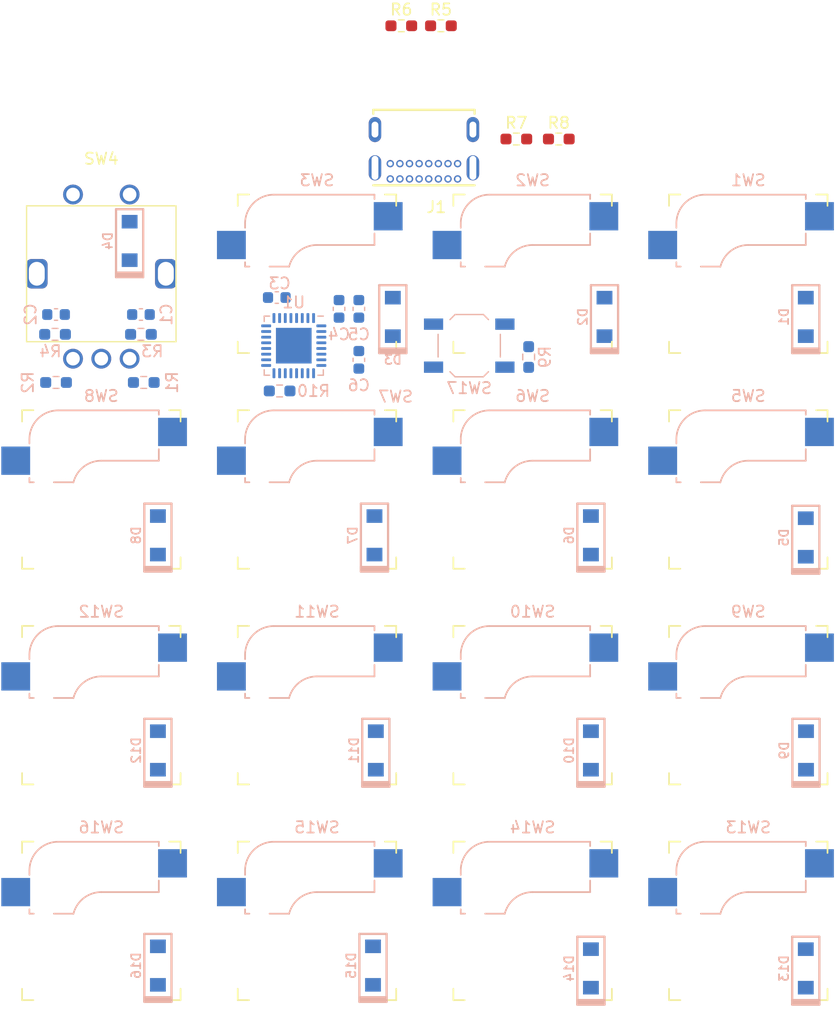
<source format=kicad_pcb>
(kicad_pcb (version 20211014) (generator pcbnew)
  (layers (0 "F.Cu" signal) (31 "B.Cu" signal) (34 "B.Paste" user) (35 "F.Paste" user) (36 "B.SilkS" user "B.Silkscreen") (37 "F.SilkS" user "F.Silkscreen") (38 "B.Mask" user) (39 "F.Mask" user) (44 "Edge.Cuts" user))
  (net 0 "")
  (net 2 "VCC")
  (net 4 "/ENC_A")
  (net 5 "/ENC_B")
  (net 6 "Net-(R9-Pad1)")
  (net 7 "Net-(R10-Pad1)")
  (net 8 "Net-(C3-Pad2)")
  (net 9 "Net-(D1-Pad2)")
  (net 10 "/row0")
  (net 11 "Net-(D2-Pad2)")
  (net 12 "Net-(D3-Pad2)")
  (net 13 "Net-(D4-Pad2)")
  (net 14 "Net-(D5-Pad2)")
  (net 15 "/D+")
  (net 16 "/D-")
  (net 17 "/row1")
  (net 18 "Net-(D6-Pad2)")
  (net 19 "Net-(D7-Pad2)")
  (net 20 "Net-(D8-Pad2)")
  (net 21 "Net-(D9-Pad2)")
  (net 22 "/row2")
  (net 23 "Net-(D10-Pad2)")
  (net 24 "Net-(D11-Pad2)")
  (net 25 "Net-(D12-Pad2)")
  (net 26 "Net-(D13-Pad2)")
  (net 27 "/row3")
  (net 28 "Net-(D14-Pad2)")
  (net 29 "Net-(D15-Pad2)")
  (net 30 "Net-(D16-Pad2)")
  (net 31 "/col0")
  (net 32 "/col1")
  (net 33 "/col2")
  (net 34 "/col3")
  (net 38 "GND")
  (net 39 "/D_N")
  (net 40 "/D_P")
  (net 41 "/CC1")
  (net 42 "/CC2")
  (net 54 "Net-(C1-Pad1)")
  (net 55 "Net-(C2-Pad2)")
  (footprint "Resistor_SMD:R_0603_1608Metric_Pad0.98x0.95mm_HandSolder" (layer "F.Cu") (at 135.6625 45.25)
    (fp_text reference "R8" (at 0 -1.43) (layer "F.SilkS"))
    (fp_text value "22")
    (pad "1" smd roundrect (at -0.9125 0) (size 0.975 0.95) (layers "F.Cu" "F.Paste" "F.Mask") (net 15 "/D+"))
    (pad "2" smd roundrect (at 0.9125 0) (size 0.975 0.95) (layers "F.Cu" "F.Paste" "F.Mask") (net 40 "/D_P"))
  )
  (footprint "Resistor_SMD:R_0603_1608Metric_Pad0.98x0.95mm_HandSolder" (layer "F.Cu") (at 131.9125 45.25)
    (fp_text reference "R7" (at 0 -1.43) (layer "F.SilkS"))
    (fp_text value "22")
    (pad "1" smd roundrect (at -0.9125 0) (size 0.975 0.95) (layers "F.Cu" "F.Paste" "F.Mask") (net 16 "/D-"))
    (pad "2" smd roundrect (at 0.9125 0) (size 0.975 0.95) (layers "F.Cu" "F.Paste" "F.Mask") (net 39 "/D_N"))
  )
  (footprint "USB4085-GF-A_REVA:GCT_USB4085-GF-A_REVA" (layer "F.Cu") (at 123.75 44.75 180)
    (fp_text reference "J1" (at -1.097425 -6.515415) (layer "F.SilkS") (effects (font (size 1.00015 1.00015))))
    (fp_text value "USB4085-GF-A_REVA")
    (pad "A1" thru_hole circle locked (at -2.975 -4.025 180) (size 0.65 0.65) (drill 0.4) (layers *.Cu *.Mask) (net 38 "GND"))
    (pad "A4" thru_hole circle locked (at -2.125 -4.025 180) (size 0.65 0.65) (drill 0.4) (layers *.Cu *.Mask) (net 2 "VCC"))
    (pad "A5" thru_hole circle locked (at -1.275 -4.025 180) (size 0.65 0.65) (drill 0.4) (layers *.Cu *.Mask) (net 41 "/CC1"))
    (pad "A6" thru_hole circle locked (at -0.425 -4.025 180) (size 0.65 0.65) (drill 0.4) (layers *.Cu *.Mask) (net 15 "/D+"))
    (pad "A7" thru_hole circle locked (at 0.425 -4.025 180) (size 0.65 0.65) (drill 0.4) (layers *.Cu *.Mask) (net 16 "/D-"))
    (pad "A8" thru_hole circle locked (at 1.275 -4.025 180) (size 0.65 0.65) (drill 0.4) (layers *.Cu *.Mask))
    (pad "A9" thru_hole circle locked (at 2.125 -4.025 180) (size 0.65 0.65) (drill 0.4) (layers *.Cu *.Mask) (net 2 "VCC"))
    (pad "A12" thru_hole circle locked (at 2.975 -4.025 180) (size 0.65 0.65) (drill 0.4) (layers *.Cu *.Mask) (net 38 "GND"))
    (pad "B1" thru_hole circle locked (at 2.975 -2.675 180) (size 0.65 0.65) (drill 0.4) (layers *.Cu *.Mask) (net 38 "GND"))
    (pad "B4" thru_hole circle locked (at 2.125 -2.675 180) (size 0.65 0.65) (drill 0.4) (layers *.Cu *.Mask) (net 2 "VCC"))
    (pad "B5" thru_hole circle locked (at 1.275 -2.675 180) (size 0.65 0.65) (drill 0.4) (layers *.Cu *.Mask) (net 42 "/CC2"))
    (pad "B6" thru_hole circle locked (at 0.425 -2.675 180) (size 0.65 0.65) (drill 0.4) (layers *.Cu *.Mask) (net 15 "/D+"))
    (pad "B7" thru_hole circle locked (at -0.425 -2.675 180) (size 0.65 0.65) (drill 0.4) (layers *.Cu *.Mask) (net 16 "/D-"))
    (pad "B8" thru_hole circle locked (at -1.275 -2.675 180) (size 0.65 0.65) (drill 0.4) (layers *.Cu *.Mask))
    (pad "B9" thru_hole circle locked (at -2.125 -2.675 180) (size 0.65 0.65) (drill 0.4) (layers *.Cu *.Mask) (net 2 "VCC"))
    (pad "B12" thru_hole circle locked (at -2.975 -2.675 180) (size 0.65 0.65) (drill 0.4) (layers *.Cu *.Mask) (net 38 "GND"))
    (pad "P1" thru_hole oval locked (at -4.325 -3.045 180) (size 1.108 2.216) (drill oval 0.6 2.1) (layers *.Cu *.Mask) (net 38 "GND"))
    (pad "P2" thru_hole oval locked (at 4.325 -3.045 180) (size 1.108 2.216) (drill oval 0.6 2.1) (layers *.Cu *.Mask) (net 38 "GND"))
    (pad "P3" thru_hole oval locked (at 4.325 0.335 180) (size 1.108 2.216) (drill oval 0.6 1.4) (layers *.Cu *.Mask) (net 38 "GND"))
    (pad "P4" thru_hole oval locked (at -4.325 0.335 180) (size 1.108 2.216) (drill oval 0.6 1.4) (layers *.Cu *.Mask) (net 38 "GND"))
  )
  (footprint "Resistor_SMD:R_0603_1608Metric_Pad0.98x0.95mm_HandSolder" (layer "F.Cu") (at 121.75 35.25)
    (fp_text reference "R6" (at 0 -1.43) (layer "F.SilkS"))
    (fp_text value "10k")
    (pad "1" smd roundrect (at -0.9125 0) (size 0.975 0.95) (layers "F.Cu" "F.Paste" "F.Mask") (net 42 "/CC2"))
    (pad "2" smd roundrect (at 0.9125 0) (size 0.975 0.95) (layers "F.Cu" "F.Paste" "F.Mask") (net 38 "GND"))
  )
  (footprint "keyswitches_2:Kailh_socket_MX" (layer "F.Cu") (at 114.3 114.3)
    (fp_text reference "SW15" (at 0 -8.255) (layer "B.SilkS") (effects (justify mirror)))
    (fp_text value "SW_SPST")
    (pad "" np_thru_hole circle locked (at 0 0) (size 3.9878 3.9878) (drill 3.9878) (layers *.Cu *.Mask))
    (pad "" np_thru_hole circle locked (at 5.08 0) (size 1.7018 1.7018) (drill 1.7018) (layers *.Cu *.Mask))
    (pad "" np_thru_hole circle locked (at 2.54 -5.08) (size 3 3) (drill 3) (layers *.Cu *.Mask))
    (pad "" np_thru_hole circle locked (at -3.81 -2.54) (size 3 3) (drill 3) (layers *.Cu *.Mask))
    (pad "" np_thru_hole circle locked (at -5.08 0) (size 1.7018 1.7018) (drill 1.7018) (layers *.Cu *.Mask))
    (pad "1" smd rect locked (at 6.29 -5.08) (size 2.55 2.5) (layers "B.Cu" "B.Paste" "B.Mask") (net 29 "Net-(D15-Pad2)"))
    (pad "2" smd rect locked (at -7.56 -2.54) (size 2.55 2.5) (layers "B.Cu" "B.Paste" "B.Mask") (net 33 "/col2"))
  )
  (footprint "keyswitches_2:Kailh_socket_MX" (layer "F.Cu") (at 152.4 114.3)
    (fp_text reference "SW13" (at 0 -8.255) (layer "B.SilkS") (effects (justify mirror)))
    (fp_text value "SW_SPST")
    (pad "" np_thru_hole circle locked (at -3.81 -2.54) (size 3 3) (drill 3) (layers *.Cu *.Mask))
    (pad "" np_thru_hole circle locked (at 0 0) (size 3.9878 3.9878) (drill 3.9878) (layers *.Cu *.Mask))
    (pad "" np_thru_hole circle locked (at 2.54 -5.08) (size 3 3) (drill 3) (layers *.Cu *.Mask))
    (pad "" np_thru_hole circle locked (at -5.08 0) (size 1.7018 1.7018) (drill 1.7018) (layers *.Cu *.Mask))
    (pad "" np_thru_hole circle locked (at 5.08 0) (size 1.7018 1.7018) (drill 1.7018) (layers *.Cu *.Mask))
    (pad "1" smd rect locked (at 6.29 -5.08) (size 2.55 2.5) (layers "B.Cu" "B.Paste" "B.Mask") (net 26 "Net-(D13-Pad2)"))
    (pad "2" smd rect locked (at -7.56 -2.54) (size 2.55 2.5) (layers "B.Cu" "B.Paste" "B.Mask") (net 31 "/col0"))
  )
  (footprint "keyswitches_2:Kailh_socket_MX" (layer "F.Cu") (at 133.35 76.2)
    (fp_text reference "SW6" (at 0 -8.255) (layer "B.SilkS") (effects (justify mirror)))
    (fp_text value "SW_SPST")
    (pad "" np_thru_hole circle locked (at 0 0) (size 3.9878 3.9878) (drill 3.9878) (layers *.Cu *.Mask))
    (pad "" np_thru_hole circle locked (at 5.08 0) (size 1.7018 1.7018) (drill 1.7018) (layers *.Cu *.Mask))
    (pad "" np_thru_hole circle locked (at -3.81 -2.54) (size 3 3) (drill 3) (layers *.Cu *.Mask))
    (pad "" np_thru_hole circle locked (at -5.08 0) (size 1.7018 1.7018) (drill 1.7018) (layers *.Cu *.Mask))
    (pad "" np_thru_hole circle locked (at 2.54 -5.08) (size 3 3) (drill 3) (layers *.Cu *.Mask))
    (pad "1" smd rect locked (at 6.29 -5.08) (size 2.55 2.5) (layers "B.Cu" "B.Paste" "B.Mask") (net 18 "Net-(D6-Pad2)"))
    (pad "2" smd rect locked (at -7.56 -2.54) (size 2.55 2.5) (layers "B.Cu" "B.Paste" "B.Mask") (net 32 "/col1"))
  )
  (footprint "keyswitches_2:Kailh_socket_MX" (layer "F.Cu") (at 152.4 57.15)
    (fp_text reference "SW1" (at 0 -8.255) (layer "B.SilkS") (effects (justify mirror)))
    (fp_text value "SW_SPST")
    (pad "" np_thru_hole circle locked (at -3.81 -2.54) (size 3 3) (drill 3) (layers *.Cu *.Mask))
    (pad "" np_thru_hole circle locked (at 2.54 -5.08) (size 3 3) (drill 3) (layers *.Cu *.Mask))
    (pad "" np_thru_hole circle locked (at 0 0) (size 3.9878 3.9878) (drill 3.9878) (layers *.Cu *.Mask))
    (pad "" np_thru_hole circle locked (at 5.08 0) (size 1.7018 1.7018) (drill 1.7018) (layers *.Cu *.Mask))
    (pad "" np_thru_hole circle locked (at -5.08 0) (size 1.7018 1.7018) (drill 1.7018) (layers *.Cu *.Mask))
    (pad "1" smd rect locked (at 6.29 -5.08) (size 2.55 2.5) (layers "B.Cu" "B.Paste" "B.Mask") (net 9 "Net-(D1-Pad2)"))
    (pad "2" smd rect locked (at -7.56 -2.54) (size 2.55 2.5) (layers "B.Cu" "B.Paste" "B.Mask") (net 31 "/col0"))
  )
  (footprint "keyswitches_2:Kailh_socket_MX" (layer "F.Cu") (at 95.25 114.3)
    (fp_text reference "SW16" (at 0 -8.255) (layer "B.SilkS") (effects (justify mirror)))
    (fp_text value "SW_SPST")
    (pad "" np_thru_hole circle locked (at -3.81 -2.54) (size 3 3) (drill 3) (layers *.Cu *.Mask))
    (pad "" np_thru_hole circle locked (at 2.54 -5.08) (size 3 3) (drill 3) (layers *.Cu *.Mask))
    (pad "" np_thru_hole circle locked (at 5.08 0) (size 1.7018 1.7018) (drill 1.7018) (layers *.Cu *.Mask))
    (pad "" np_thru_hole circle locked (at -5.08 0) (size 1.7018 1.7018) (drill 1.7018) (layers *.Cu *.Mask))
    (pad "" np_thru_hole circle locked (at 0 0) (size 3.9878 3.9878) (drill 3.9878) (layers *.Cu *.Mask))
    (pad "1" smd rect locked (at 6.29 -5.08) (size 2.55 2.5) (layers "B.Cu" "B.Paste" "B.Mask") (net 30 "Net-(D16-Pad2)"))
    (pad "2" smd rect locked (at -7.56 -2.54) (size 2.55 2.5) (layers "B.Cu" "B.Paste" "B.Mask") (net 34 "/col3"))
  )
  (footprint "keyswitches_2:Kailh_socket_MX" (layer "F.Cu") (at 152.4 76.2)
    (fp_text reference "SW5" (at 0 -8.255) (layer "B.SilkS") (effects (justify mirror)))
    (fp_text value "SW_SPST")
    (pad "" np_thru_hole circle locked (at 2.54 -5.08) (size 3 3) (drill 3) (layers *.Cu *.Mask))
    (pad "" np_thru_hole circle locked (at -3.81 -2.54) (size 3 3) (drill 3) (layers *.Cu *.Mask))
    (pad "" np_thru_hole circle locked (at -5.08 0) (size 1.7018 1.7018) (drill 1.7018) (layers *.Cu *.Mask))
    (pad "" np_thru_hole circle locked (at 0 0) (size 3.9878 3.9878) (drill 3.9878) (layers *.Cu *.Mask))
    (pad "" np_thru_hole circle locked (at 5.08 0) (size 1.7018 1.7018) (drill 1.7018) (layers *.Cu *.Mask))
    (pad "1" smd rect locked (at 6.29 -5.08) (size 2.55 2.5) (layers "B.Cu" "B.Paste" "B.Mask") (net 14 "Net-(D5-Pad2)"))
    (pad "2" smd rect locked (at -7.56 -2.54) (size 2.55 2.5) (layers "B.Cu" "B.Paste" "B.Mask") (net 31 "/col0"))
  )
  (footprint "keyswitches_2:Kailh_socket_MX" (layer "F.Cu") (at 114.3 57.15)
    (fp_text reference "SW3" (at 0 -8.255) (layer "B.SilkS") (effects (justify mirror)))
    (fp_text value "SW_SPST")
    (pad "" np_thru_hole circle locked (at 2.54 -5.08) (size 3 3) (drill 3) (layers *.Cu *.Mask))
    (pad "" np_thru_hole circle locked (at -3.81 -2.54) (size 3 3) (drill 3) (layers *.Cu *.Mask))
    (pad "" np_thru_hole circle locked (at -5.08 0) (size 1.7018 1.7018) (drill 1.7018) (layers *.Cu *.Mask))
    (pad "" np_thru_hole circle locked (at 0 0) (size 3.9878 3.9878) (drill 3.9878) (layers *.Cu *.Mask))
    (pad "" np_thru_hole circle locked (at 5.08 0) (size 1.7018 1.7018) (drill 1.7018) (layers *.Cu *.Mask))
    (pad "1" smd rect locked (at 6.29 -5.08) (size 2.55 2.5) (layers "B.Cu" "B.Paste" "B.Mask") (net 12 "Net-(D3-Pad2)"))
    (pad "2" smd rect locked (at -7.56 -2.54) (size 2.55 2.5) (layers "B.Cu" "B.Paste" "B.Mask") (net 33 "/col2"))
  )
  (footprint "keyswitches_2:Kailh_socket_MX" (layer "F.Cu") (at 95.25 76.2)
    (fp_text reference "SW8" (at 0 -8.255) (layer "B.SilkS") (effects (justify mirror)))
    (fp_text value "SW_SPST")
    (pad "" np_thru_hole circle locked (at 5.08 0) (size 1.7018 1.7018) (drill 1.7018) (layers *.Cu *.Mask))
    (pad "" np_thru_hole circle locked (at -3.81 -2.54) (size 3 3) (drill 3) (layers *.Cu *.Mask))
    (pad "" np_thru_hole circle locked (at -5.08 0) (size 1.7018 1.7018) (drill 1.7018) (layers *.Cu *.Mask))
    (pad "" np_thru_hole circle locked (at 0 0) (size 3.9878 3.9878) (drill 3.9878) (layers *.Cu *.Mask))
    (pad "" np_thru_hole circle locked (at 2.54 -5.08) (size 3 3) (drill 3) (layers *.Cu *.Mask))
    (pad "1" smd rect locked (at 6.29 -5.08) (size 2.55 2.5) (layers "B.Cu" "B.Paste" "B.Mask") (net 20 "Net-(D8-Pad2)"))
    (pad "2" smd rect locked (at -7.56 -2.54) (size 2.55 2.5) (layers "B.Cu" "B.Paste" "B.Mask") (net 34 "/col3"))
  )
  (footprint "keyswitches_2:Kailh_socket_MX" (layer "F.Cu") (at 152.4 95.25)
    (fp_text reference "SW9" (at 0 -8.255) (layer "B.SilkS") (effects (justify mirror)))
    (fp_text value "SW_SPST")
    (pad "" np_thru_hole circle locked (at 5.08 0) (size 1.7018 1.7018) (drill 1.7018) (layers *.Cu *.Mask))
    (pad "" np_thru_hole circle locked (at 2.54 -5.08) (size 3 3) (drill 3) (layers *.Cu *.Mask))
    (pad "" np_thru_hole circle locked (at -3.81 -2.54) (size 3 3) (drill 3) (layers *.Cu *.Mask))
    (pad "" np_thru_hole circle locked (at 0 0) (size 3.9878 3.9878) (drill 3.9878) (layers *.Cu *.Mask))
    (pad "" np_thru_hole circle locked (at -5.08 0) (size 1.7018 1.7018) (drill 1.7018) (layers *.Cu *.Mask))
    (pad "1" smd rect locked (at 6.29 -5.08) (size 2.55 2.5) (layers "B.Cu" "B.Paste" "B.Mask") (net 21 "Net-(D9-Pad2)"))
    (pad "2" smd rect locked (at -7.56 -2.54) (size 2.55 2.5) (layers "B.Cu" "B.Paste" "B.Mask") (net 31 "/col0"))
  )
  (footprint "Encoder:PEC11L" (layer "F.Cu") (at 95.25 57.15)
    (fp_text reference "SW4" (at 0 -10.16 unlocked) (layer "F.SilkS"))
    (fp_text value "RotaryEncoder_Switch")
    (pad "A" thru_hole circle (at -2.5 7.5) (size 1.75 1.75) (drill 1.2) (layers *.Cu *.Mask) (net 55 "Net-(C2-Pad2)"))
    (pad "B" thru_hole circle (at 2.5 7.5) (size 1.75 1.75) (drill 1.2) (layers *.Cu *.Mask) (net 54 "Net-(C1-Pad1)"))
    (pad "C" thru_hole circle (at 0 7.5) (size 1.75 1.75) (drill 1.2) (layers *.Cu *.Mask) (net 38 "GND"))
    (pad "C0" thru_hole roundrect (at 5.7 0) (size 1.9 2.6) (drill oval 1.4 2.1) (layers *.Cu *.Mask))
    (pad "C0" thru_hole roundrect (at -5.7 0) (size 1.9 2.6) (drill oval 1.4 2.1) (layers *.Cu *.Mask))
    (pad "S1" thru_hole circle (at -2.5 -7) (size 1.75 1.75) (drill 1.2) (layers *.Cu *.Mask) (net 34 "/col3"))
    (pad "S2" thru_hole circle (at 2.5 -7) (size 1.75 1.75) (drill 1.2) (layers *.Cu *.Mask) (net 13 "Net-(D4-Pad2)"))
  )
  (footprint "keyswitches_2:Kailh_socket_MX" (layer "F.Cu") (at 133.35 57.15)
    (fp_text reference "SW2" (at 0 -8.255) (layer "B.SilkS") (effects (justify mirror)))
    (fp_text value "SW_SPST")
    (pad "" np_thru_hole circle locked (at -3.81 -2.54) (size 3 3) (drill 3) (layers *.Cu *.Mask))
    (pad "" np_thru_hole circle locked (at -5.08 0) (size 1.7018 1.7018) (drill 1.7018) (layers *.Cu *.Mask))
    (pad "" np_thru_hole circle locked (at 0 0) (size 3.9878 3.9878) (drill 3.9878) (layers *.Cu *.Mask))
    (pad "" np_thru_hole circle locked (at 5.08 0) (size 1.7018 1.7018) (drill 1.7018) (layers *.Cu *.Mask))
    (pad "" np_thru_hole circle locked (at 2.54 -5.08) (size 3 3) (drill 3) (layers *.Cu *.Mask))
    (pad "1" smd rect locked (at 6.29 -5.08) (size 2.55 2.5) (layers "B.Cu" "B.Paste" "B.Mask") (net 11 "Net-(D2-Pad2)"))
    (pad "2" smd rect locked (at -7.56 -2.54) (size 2.55 2.5) (layers "B.Cu" "B.Paste" "B.Mask") (net 32 "/col1"))
  )
  (footprint "keyswitches_2:Kailh_socket_MX" (layer "F.Cu") (at 133.35 95.25)
    (fp_text reference "SW10" (at 0 -8.255) (layer "B.SilkS") (effects (justify mirror)))
    (fp_text value "SW_SPST")
    (pad "" np_thru_hole circle locked (at 2.54 -5.08) (size 3 3) (drill 3) (layers *.Cu *.Mask))
    (pad "" np_thru_hole circle locked (at -5.08 0) (size 1.7018 1.7018) (drill 1.7018) (layers *.Cu *.Mask))
    (pad "" np_thru_hole circle locked (at 0 0) (size 3.9878 3.9878) (drill 3.9878) (layers *.Cu *.Mask))
    (pad "" np_thru_hole circle locked (at -3.81 -2.54) (size 3 3) (drill 3) (layers *.Cu *.Mask))
    (pad "" np_thru_hole circle locked (at 5.08 0) (size 1.7018 1.7018) (drill 1.7018) (layers *.Cu *.Mask))
    (pad "1" smd rect locked (at 6.29 -5.08) (size 2.55 2.5) (layers "B.Cu" "B.Paste" "B.Mask") (net 23 "Net-(D10-Pad2)"))
    (pad "2" smd rect locked (at -7.56 -2.54) (size 2.55 2.5) (layers "B.Cu" "B.Paste" "B.Mask") (net 32 "/col1"))
  )
  (footprint "keyswitches_2:Kailh_socket_MX" (layer "F.Cu") (at 95.25 95.25)
    (fp_text reference "SW12" (at 0 -8.255) (layer "B.SilkS") (effects (justify mirror)))
    (fp_text value "SW_SPST")
    (pad "" np_thru_hole circle locked (at 0 0) (size 3.9878 3.9878) (drill 3.9878) (layers *.Cu *.Mask))
    (pad "" np_thru_hole circle locked (at 2.54 -5.08) (size 3 3) (drill 3) (layers *.Cu *.Mask))
    (pad "" np_thru_hole circle locked (at 5.08 0) (size 1.7018 1.7018) (drill 1.7018) (layers *.Cu *.Mask))
    (pad "" np_thru_hole circle locked (at -5.08 0) (size 1.7018 1.7018) (drill 1.7018) (layers *.Cu *.Mask))
    (pad "" np_thru_hole circle locked (at -3.81 -2.54) (size 3 3) (drill 3) (layers *.Cu *.Mask))
    (pad "1" smd rect locked (at 6.29 -5.08) (size 2.55 2.5) (layers "B.Cu" "B.Paste" "B.Mask") (net 25 "Net-(D12-Pad2)"))
    (pad "2" smd rect locked (at -7.56 -2.54) (size 2.55 2.5) (layers "B.Cu" "B.Paste" "B.Mask") (net 34 "/col3"))
  )
  (footprint "Resistor_SMD:R_0603_1608Metric_Pad0.98x0.95mm_HandSolder" (layer "F.Cu") (at 125.25 35.25)
    (fp_text reference "R5" (at 0 -1.43) (layer "F.SilkS"))
    (fp_text value "10k")
    (pad "1" smd roundrect (at -0.9125 0) (size 0.975 0.95) (layers "F.Cu" "F.Paste" "F.Mask") (net 41 "/CC1"))
    (pad "2" smd roundrect (at 0.9125 0) (size 0.975 0.95) (layers "F.Cu" "F.Paste" "F.Mask") (net 38 "GND"))
  )
  (footprint "keyswitches_2:Kailh_socket_MX" (layer "F.Cu") (at 114.3 76.2)
    (fp_text reference "SW7" (at 6.95 -8.2) (layer "B.SilkS") (effects (justify mirror)))
    (fp_text value "SW_SPST")
    (pad "" np_thru_hole circle locked (at 5.08 0) (size 1.7018 1.7018) (drill 1.7018) (layers *.Cu *.Mask))
    (pad "" np_thru_hole circle locked (at 2.54 -5.08) (size 3 3) (drill 3) (layers *.Cu *.Mask))
    (pad "" np_thru_hole circle locked (at -5.08 0) (size 1.7018 1.7018) (drill 1.7018) (layers *.Cu *.Mask))
    (pad "" np_thru_hole circle locked (at -3.81 -2.54) (size 3 3) (drill 3) (layers *.Cu *.Mask))
    (pad "" np_thru_hole circle locked (at 0 0) (size 3.9878 3.9878) (drill 3.9878) (layers *.Cu *.Mask))
    (pad "1" smd rect locked (at 6.29 -5.08) (size 2.55 2.5) (layers "B.Cu" "B.Paste" "B.Mask") (net 19 "Net-(D7-Pad2)"))
    (pad "2" smd rect locked (at -7.56 -2.54) (size 2.55 2.5) (layers "B.Cu" "B.Paste" "B.Mask") (net 33 "/col2"))
  )
  (footprint "keyswitches_2:Kailh_socket_MX" (layer "F.Cu") (at 133.35 114.3)
    (fp_text reference "SW14" (at 0 -8.255) (layer "B.SilkS") (effects (justify mirror)))
    (fp_text value "SW_SPST")
    (pad "" np_thru_hole circle locked (at 2.54 -5.08) (size 3 3) (drill 3) (layers *.Cu *.Mask))
    (pad "" np_thru_hole circle locked (at -3.81 -2.54) (size 3 3) (drill 3) (layers *.Cu *.Mask))
    (pad "" np_thru_hole circle locked (at 5.08 0) (size 1.7018 1.7018) (drill 1.7018) (layers *.Cu *.Mask))
    (pad "" np_thru_hole circle locked (at -5.08 0) (size 1.7018 1.7018) (drill 1.7018) (layers *.Cu *.Mask))
    (pad "" np_thru_hole circle locked (at 0 0) (size 3.9878 3.9878) (drill 3.9878) (layers *.Cu *.Mask))
    (pad "1" smd rect locked (at 6.29 -5.08) (size 2.55 2.5) (layers "B.Cu" "B.Paste" "B.Mask") (net 28 "Net-(D14-Pad2)"))
    (pad "2" smd rect locked (at -7.56 -2.54) (size 2.55 2.5) (layers "B.Cu" "B.Paste" "B.Mask") (net 32 "/col1"))
  )
  (footprint "keyswitches_2:Kailh_socket_MX" (layer "F.Cu") (at 114.3 95.25)
    (fp_text reference "SW11" (at 0 -8.255) (layer "B.SilkS") (effects (justify mirror)))
    (fp_text value "SW_SPST")
    (pad "" np_thru_hole circle locked (at 5.08 0) (size 1.7018 1.7018) (drill 1.7018) (layers *.Cu *.Mask))
    (pad "" np_thru_hole circle locked (at 0 0) (size 3.9878 3.9878) (drill 3.9878) (layers *.Cu *.Mask))
    (pad "" np_thru_hole circle locked (at -5.08 0) (size 1.7018 1.7018) (drill 1.7018) (layers *.Cu *.Mask))
    (pad "" np_thru_hole circle locked (at 2.54 -5.08) (size 3 3) (drill 3) (layers *.Cu *.Mask))
    (pad "" np_thru_hole circle locked (at -3.81 -2.54) (size 3 3) (drill 3) (layers *.Cu *.Mask))
    (pad "1" smd rect locked (at 6.29 -5.08) (size 2.55 2.5) (layers "B.Cu" "B.Paste" "B.Mask") (net 24 "Net-(D11-Pad2)"))
    (pad "2" smd rect locked (at -7.56 -2.54) (size 2.55 2.5) (layers "B.Cu" "B.Paste" "B.Mask") (net 33 "/col2"))
  )
  (footprint "keyboard_parts:D_SOD123W_hand" (layer "B.Cu") (at 157.48 80.44 90)
    (fp_text reference "D5" (at 0 -1.925 90) (layer "B.SilkS") (effects (font (size 0.8 0.8)) (justify mirror)))
    (fp_text value "D_Small" hide)
    (pad "1" smd rect locked (at -1.7 0 90) (size 1.2 1.4) (layers "B.Cu" "B.Paste" "B.Mask") (net 17 "/row1"))
    (pad "2" smd rect locked (at 1.7 0 90) (size 1.2 1.4) (layers "B.Cu" "B.Paste" "B.Mask") (net 14 "Net-(D5-Pad2)"))
  )
  (footprint "keyboard_parts:D_SOD123W_hand" (layer "B.Cu") (at 138.5 118.5 90)
    (fp_text reference "D14" (at 0 -1.925 90) (layer "B.SilkS") (effects (font (size 0.8 0.8)) (justify mirror)))
    (fp_text value "D_Small" hide)
    (pad "1" smd rect locked (at -1.7 0 90) (size 1.2 1.4) (layers "B.Cu" "B.Paste" "B.Mask") (net 27 "/row3"))
    (pad "2" smd rect locked (at 1.7 0 90) (size 1.2 1.4) (layers "B.Cu" "B.Paste" "B.Mask") (net 28 "Net-(D14-Pad2)"))
  )
  (footprint "Resistor_SMD:R_0603_1608Metric_Pad0.98x0.95mm_HandSolder" (layer "B.Cu") (at 133 64.5 90)
    (fp_text reference "R9" (at 0 1.43 90) (layer "B.SilkS") (effects (justify mirror)))
    (fp_text value "10k")
    (pad "1" smd roundrect (at -0.9125 0 90) (size 0.975 0.95) (layers "B.Cu" "B.Paste" "B.Mask") (net 6 "Net-(R9-Pad1)"))
    (pad "2" smd roundrect (at 0.9125 0 90) (size 0.975 0.95) (layers "B.Cu" "B.Paste" "B.Mask") (net 2 "VCC"))
  )
  (footprint "keyboard_parts:D_SOD123W_hand" (layer "B.Cu") (at 139.7 60.96 90)
    (fp_text reference "D2" (at 0 -1.925 90) (layer "B.SilkS") (effects (font (size 0.8 0.8)) (justify mirror)))
    (fp_text value "D_Small" hide)
    (pad "1" smd rect locked (at -1.7 0 90) (size 1.2 1.4) (layers "B.Cu" "B.Paste" "B.Mask") (net 10 "/row0"))
    (pad "2" smd rect locked (at 1.7 0 90) (size 1.2 1.4) (layers "B.Cu" "B.Paste" "B.Mask") (net 11 "Net-(D2-Pad2)"))
  )
  (footprint "keyboard_parts:D_SOD123W_hand" (layer "B.Cu") (at 100.25 118.25 90)
    (fp_text reference "D16" (at 0 -1.925 90) (layer "B.SilkS") (effects (font (size 0.8 0.8)) (justify mirror)))
    (fp_text value "D_Small" hide)
    (pad "1" smd rect locked (at -1.7 0 90) (size 1.2 1.4) (layers "B.Cu" "B.Paste" "B.Mask") (net 27 "/row3"))
    (pad "2" smd rect locked (at 1.7 0 90) (size 1.2 1.4) (layers "B.Cu" "B.Paste" "B.Mask") (net 30 "Net-(D16-Pad2)"))
  )
  (footprint "Capacitor_SMD:C_0603_1608Metric" (layer "B.Cu") (at 110.75 59.25)
    (fp_text reference "C3" (at 0.25 -1.25) (layer "B.SilkS") (effects (justify mirror)))
    (fp_text value "1uF")
    (pad "1" smd roundrect (at -0.775 0) (size 0.9 0.95) (layers "B.Cu" "B.Paste" "B.Mask") (net 38 "GND"))
    (pad "2" smd roundrect (at 0.775 0) (size 0.9 0.95) (layers "B.Cu" "B.Paste" "B.Mask") (net 8 "Net-(C3-Pad2)"))
  )
  (footprint "Capacitor_SMD:C_0603_1608Metric" (layer "B.Cu") (at 98.75 60.75)
    (fp_text reference "C1" (at 2.25 0 90) (layer "B.SilkS") (effects (justify mirror)))
    (fp_text value "10nF")
    (pad "1" smd roundrect (at -0.775 0) (size 0.9 0.95) (layers "B.Cu" "B.Paste" "B.Mask") (net 54 "Net-(C1-Pad1)"))
    (pad "2" smd roundrect (at 0.775 0) (size 0.9 0.95) (layers "B.Cu" "B.Paste" "B.Mask") (net 38 "GND"))
  )
  (footprint "Capacitor_SMD:C_0603_1608Metric" (layer "B.Cu") (at 91.25 60.75)
    (fp_text reference "C2" (at -2.25 0 90) (layer "B.SilkS") (effects (justify mirror)))
    (fp_text value "10nF")
    (pad "1" smd roundrect (at -0.775 0) (size 0.9 0.95) (layers "B.Cu" "B.Paste" "B.Mask") (net 38 "GND"))
    (pad "2" smd roundrect (at 0.775 0) (size 0.9 0.95) (layers "B.Cu" "B.Paste" "B.Mask") (net 55 "Net-(C2-Pad2)"))
  )
  (footprint "keyboard_parts:D_SOD123W_hand" (layer "B.Cu") (at 100.25 80.25 90)
    (fp_text reference "D8" (at 0 -1.925 90) (layer "B.SilkS") (effects (font (size 0.8 0.8)) (justify mirror)))
    (fp_text value "D_Small" hide)
    (pad "1" smd rect locked (at -1.7 0 90) (size 1.2 1.4) (layers "B.Cu" "B.Paste" "B.Mask") (net 17 "/row1"))
    (pad "2" smd rect locked (at 1.7 0 90) (size 1.2 1.4) (layers "B.Cu" "B.Paste" "B.Mask") (net 20 "Net-(D8-Pad2)"))
  )
  (footprint "Capacitor_SMD:C_0603_1608Metric" (layer "B.Cu") (at 118 64.75 90)
    (fp_text reference "C6" (at -2.25 0 180) (layer "B.SilkS") (effects (justify mirror)))
    (fp_text value "10uF")
    (pad "1" smd roundrect (at -0.775 0 90) (size 0.9 0.95) (layers "B.Cu" "B.Paste" "B.Mask") (net 38 "GND"))
    (pad "2" smd roundrect (at 0.775 0 90) (size 0.9 0.95) (layers "B.Cu" "B.Paste" "B.Mask") (net 2 "VCC"))
  )
  (footprint "Capacitor_SMD:C_0603_1608Metric" (layer "B.Cu") (at 118 60.25 -90)
    (fp_text reference "C5" (at 2.25 0 180) (layer "B.SilkS") (effects (justify mirror)))
    (fp_text value "0.1uF")
    (pad "1" smd roundrect (at -0.775 0 270) (size 0.9 0.95) (layers "B.Cu" "B.Paste" "B.Mask") (net 38 "GND"))
    (pad "2" smd roundrect (at 0.775 0 270) (size 0.9 0.95) (layers "B.Cu" "B.Paste" "B.Mask") (net 2 "VCC"))
  )
  (footprint "Capacitor_SMD:C_0603_1608Metric" (layer "B.Cu") (at 116.25 60.25 -90)
    (fp_text reference "C4" (at 2.25 0 180) (layer "B.SilkS") (effects (justify mirror)))
    (fp_text value "0.1uF")
    (pad "1" smd roundrect (at -0.775 0 270) (size 0.9 0.95) (layers "B.Cu" "B.Paste" "B.Mask") (net 38 "GND"))
    (pad "2" smd roundrect (at 0.775 0 270) (size 0.9 0.95) (layers "B.Cu" "B.Paste" "B.Mask") (net 2 "VCC"))
  )
  (footprint "keyboard_parts:D_SOD123W_hand" (layer "B.Cu") (at 119.25 118.25 90)
    (fp_text reference "D15" (at 0 -1.925 90) (layer "B.SilkS") (effects (font (size 0.8 0.8)) (justify mirror)))
    (fp_text value "D_Small" hide)
    (pad "1" smd rect locked (at -1.7 0 90) (size 1.2 1.4) (layers "B.Cu" "B.Paste" "B.Mask") (net 27 "/row3"))
    (pad "2" smd rect locked (at 1.7 0 90) (size 1.2 1.4) (layers "B.Cu" "B.Paste" "B.Mask") (net 29 "Net-(D15-Pad2)"))
  )
  (footprint "Resistor_SMD:R_0603_1608Metric_Pad0.98x0.95mm_HandSolder" (layer "B.Cu") (at 91.1625 62.5)
    (fp_text reference "R4" (at -0.4125 1.5) (layer "B.SilkS") (effects (justify mirror)))
    (fp_text value "10k")
    (pad "1" smd roundrect (at -0.9125 0) (size 0.975 0.95) (layers "B.Cu" "B.Paste" "B.Mask") (net 5 "/ENC_B"))
    (pad "2" smd roundrect (at 0.9125 0) (size 0.975 0.95) (layers "B.Cu" "B.Paste" "B.Mask") (net 55 "Net-(C2-Pad2)"))
  )
  (footprint "keyboard_parts:D_SOD123W_hand" (layer "B.Cu") (at 157.48 60.96 90)
    (fp_text reference "D1" (at 0 -1.925 90) (layer "B.SilkS") (effects (font (size 0.8 0.8)) (justify mirror)))
    (fp_text value "D_Small" hide)
    (pad "1" smd rect locked (at -1.7 0 90) (size 1.2 1.4) (layers "B.Cu" "B.Paste" "B.Mask") (net 10 "/row0"))
    (pad "2" smd rect locked (at 1.7 0 90) (size 1.2 1.4) (layers "B.Cu" "B.Paste" "B.Mask") (net 9 "Net-(D1-Pad2)"))
  )
  (footprint "keyboard_parts:D_SOD123W_hand" (layer "B.Cu") (at 138.5 80.25 90)
    (fp_text reference "D6" (at 0 -1.925 90) (layer "B.SilkS") (effects (font (size 0.8 0.8)) (justify mirror)))
    (fp_text value "D_Small" hide)
    (pad "1" smd rect locked (at -1.7 0 90) (size 1.2 1.4) (layers "B.Cu" "B.Paste" "B.Mask") (net 17 "/row1"))
    (pad "2" smd rect locked (at 1.7 0 90) (size 1.2 1.4) (layers "B.Cu" "B.Paste" "B.Mask") (net 18 "Net-(D6-Pad2)"))
  )
  (footprint "Resistor_SMD:R_0603_1608Metric_Pad0.98x0.95mm_HandSolder" (layer "B.Cu") (at 99 66.75 180)
    (fp_text reference "R1" (at -2.5 0 270) (layer "B.SilkS") (effects (justify mirror)))
    (fp_text value "10k")
    (pad "1" smd roundrect (at -0.9125 0 180) (size 0.975 0.95) (layers "B.Cu" "B.Paste" "B.Mask") (net 2 "VCC"))
    (pad "2" smd roundrect (at 0.9125 0 180) (size 0.975 0.95) (layers "B.Cu" "B.Paste" "B.Mask") (net 54 "Net-(C1-Pad1)"))
  )
  (footprint "keyboard_parts:D_SOD123W_hand" (layer "B.Cu") (at 157.48 118.5 90)
    (fp_text reference "D13" (at 0 -1.925 90) (layer "B.SilkS") (effects (font (size 0.8 0.8)) (justify mirror)))
    (fp_text value "D_Small" hide)
    (pad "1" smd rect locked (at -1.7 0 90) (size 1.2 1.4) (layers "B.Cu" "B.Paste" "B.Mask") (net 27 "/row3"))
    (pad "2" smd rect locked (at 1.7 0 90) (size 1.2 1.4) (layers "B.Cu" "B.Paste" "B.Mask") (net 26 "Net-(D13-Pad2)"))
  )
  (footprint "keyboard_parts:D_SOD123W_hand" (layer "B.Cu") (at 138.5 99.25 90)
    (fp_text reference "D10" (at 0 -1.925 90) (layer "B.SilkS") (effects (font (size 0.8 0.8)) (justify mirror)))
    (fp_text value "D_Small" hide)
    (pad "1" smd rect locked (at -1.7 0 90) (size 1.2 1.4) (layers "B.Cu" "B.Paste" "B.Mask") (net 22 "/row2"))
    (pad "2" smd rect locked (at 1.7 0 90) (size 1.2 1.4) (layers "B.Cu" "B.Paste" "B.Mask") (net 23 "Net-(D10-Pad2)"))
  )
  (footprint "keyboard_parts:D_SOD123W_hand" (layer "B.Cu") (at 119.5 99.25 90)
    (fp_text reference "D11" (at 0 -1.925 90) (layer "B.SilkS") (effects (font (size 0.8 0.8)) (justify mirror)))
    (fp_text value "D_Small" hide)
    (pad "1" smd rect locked (at -1.7 0 90) (size 1.2 1.4) (layers "B.Cu" "B.Paste" "B.Mask") (net 22 "/row2"))
    (pad "2" smd rect locked (at 1.7 0 90) (size 1.2 1.4) (layers "B.Cu" "B.Paste" "B.Mask") (net 24 "Net-(D11-Pad2)"))
  )
  (footprint "Package_DFN_QFN:VQFN-32-1EP_5x5mm_P0.5mm_EP3.15x3.15mm" (layer "B.Cu") (at 112.25 63.5 180)
    (fp_text reference "U1" (at 0 3.82) (layer "B.SilkS") (effects (justify mirror)))
    (fp_text value "ATMEGA32U2")
    (pad "1" smd roundrect (at -2.4375 1.75 180) (size 0.875 0.25) (layers "B.Cu" "B.Paste" "B.Mask"))
    (pad "2" smd roundrect (at -2.4375 1.25 180) (size 0.875 0.25) (layers "B.Cu" "B.Paste" "B.Mask"))
    (pad "3" smd roundrect (at -2.4375 0.75 180) (size 0.875 0.25) (layers "B.Cu" "B.Paste" "B.Mask") (net 38 "GND"))
    (pad "4" smd roundrect (at -2.4375 0.25 180) (size 0.875 0.25) (layers "B.Cu" "B.Paste" "B.Mask") (net 2 "VCC"))
    (pad "5" smd roundrect (at -2.4375 -0.25 180) (size 0.875 0.25) (layers "B.Cu" "B.Paste" "B.Mask"))
    (pad "6" smd roundrect (at -2.4375 -0.75 180) (size 0.875 0.25) (layers "B.Cu" "B.Paste" "B.Mask") (net 4 "/ENC_A"))
    (pad "7" smd roundrect (at -2.4375 -1.25 180) (size 0.875 0.25) (layers "B.Cu" "B.Paste" "B.Mask") (net 5 "/ENC_B"))
    (pad "8" smd roundrect (at -2.4375 -1.75 180) (size 0.875 0.25) (layers "B.Cu" "B.Paste" "B.Mask"))
    (pad "9" smd roundrect (at -1.75 -2.4375 180) (size 0.25 0.875) (layers "B.Cu" "B.Paste" "B.Mask"))
    (pad "10" smd roundrect (at -1.25 -2.4375 180) (size 0.25 0.875) (layers "B.Cu" "B.Paste" "B.Mask"))
    (pad "11" smd roundrect (at -0.75 -2.4375 180) (size 0.25 0.875) (layers "B.Cu" "B.Paste" "B.Mask"))
    (pad "12" smd roundrect (at -0.25 -2.4375 180) (size 0.25 0.875) (layers "B.Cu" "B.Paste" "B.Mask"))
    (pad "13" smd roundrect (at 0.25 -2.4375 180) (size 0.25 0.875) (layers "B.Cu" "B.Paste" "B.Mask") (net 7 "Net-(R10-Pad1)"))
    (pad "14" smd roundrect (at 0.75 -2.4375 180) (size 0.25 0.875) (layers "B.Cu" "B.Paste" "B.Mask"))
    (pad "15" smd roundrect (at 1.25 -2.4375 180) (size 0.25 0.875) (layers "B.Cu" "B.Paste" "B.Mask"))
    (pad "16" smd roundrect (at 1.75 -2.4375 180) (size 0.25 0.875) (layers "B.Cu" "B.Paste" "B.Mask"))
    (pad "17" smd roundrect (at 2.4375 -1.75 180) (size 0.875 0.25) (layers "B.Cu" "B.Paste" "B.Mask") (net 31 "/col0"))
    (pad "18" smd roundrect (at 2.4375 -1.25 180) (size 0.875 0.25) (layers "B.Cu" "B.Paste" "B.Mask") (net 10 "/row0"))
    (pad "19" smd roundrect (at 2.4375 -0.75 180) (size 0.875 0.25) (layers "B.Cu" "B.Paste" "B.Mask") (net 17 "/row1"))
    (pad "20" smd roundrect (at 2.4375 -0.25 180) (size 0.875 0.25) (layers "B.Cu" "B.Paste" "B.Mask") (net 22 "/row2"))
    (pad "21" smd roundrect (at 2.4375 0.25 180) (size 0.875 0.25) (layers "B.Cu" "B.Paste" "B.Mask") (net 32 "/col1"))
    (pad "22" smd roundrect (at 2.4375 0.75 180) (size 0.875 0.25) (layers "B.Cu" "B.Paste" "B.Mask"))
    (pad "23" smd roundrect (at 2.4375 1.25 180) (size 0.875 0.25) (layers "B.Cu" "B.Paste" "B.Mask"))
    (pad "24" smd roundrect (at 2.4375 1.75 180) (size 0.875 0.25) (layers "B.Cu" "B.Paste" "B.Mask") (net 6 "Net-(R9-Pad1)"))
    (pad "25" smd roundrect (at 1.75 2.4375 180) (size 0.25 0.875) (layers "B.Cu" "B.Paste" "B.Mask"))
    (pad "26" smd roundrect (at 1.25 2.4375 180) (size 0.25 0.875) (layers "B.Cu" "B.Paste" "B.Mask") (net 33 "/col2"))
    (pad "27" smd roundrect (at 0.75 2.4375 180) (size 0.25 0.875) (layers "B.Cu" "B.Paste" "B.Mask") (net 8 "Net-(C3-Pad2)"))
    (pad "28" smd roundrect (at 0.25 2.4375 180) (size 0.25 0.875) (layers "B.Cu" "B.Paste" "B.Mask") (net 38 "GND"))
    (pad "29" smd roundrect (at -0.25 2.4375 180) (size 0.25 0.875) (layers "B.Cu" "B.Paste" "B.Mask") (net 40 "/D_P"))
    (pad "30" smd roundrect (at -0.75 2.4375 180) (size 0.25 0.875) (layers "B.Cu" "B.Paste" "B.Mask") (net 39 "/D_N"))
    (pad "31" smd roundrect (at -1.25 2.4375 180) (size 0.25 0.875) (layers "B.Cu" "B.Paste" "B.Mask") (net 2 "VCC"))
    (pad "32" smd roundrect (at -1.75 2.4375 180) (size 0.25 0.875) (layers "B.Cu" "B.Paste" "B.Mask") (net 2 "VCC"))
    (pad "33" smd rect (at 0 0 180) (size 3.15 3.15) (layers "B.Cu" "B.Mask"))
  )
  (footprint "keyboard_parts:D_SOD123W_hand" (layer "B.Cu") (at 97.75 54.25 90)
    (fp_text reference "D4" (at 0 -1.925 90) (layer "B.SilkS") (effects (font (size 0.8 0.8)) (justify mirror)))
    (fp_text value "D_Small" hide)
    (pad "1" smd rect locked (at -1.7 0 90) (size 1.2 1.4) (layers "B.Cu" "B.Paste" "B.Mask") (net 10 "/row0"))
    (pad "2" smd rect locked (at 1.7 0 90) (size 1.2 1.4) (layers "B.Cu" "B.Paste" "B.Mask") (net 13 "Net-(D4-Pad2)"))
  )
  (footprint "Resistor_SMD:R_0603_1608Metric_Pad0.98x0.95mm_HandSolder" (layer "B.Cu") (at 98.75 62.5 180)
    (fp_text reference "R3" (at -1 -1.5) (layer "B.SilkS") (effects (justify mirror)))
    (fp_text value "10k")
    (pad "1" smd roundrect (at -0.9125 0 180) (size 0.975 0.95) (layers "B.Cu" "B.Paste" "B.Mask") (net 4 "/ENC_A"))
    (pad "2" smd roundrect (at 0.9125 0 180) (size 0.975 0.95) (layers "B.Cu" "B.Paste" "B.Mask") (net 54 "Net-(C1-Pad1)"))
  )
  (footprint "keyboard_parts:D_SOD123W_hand" (layer "B.Cu") (at 119.38 80.25 90)
    (fp_text reference "D7" (at 0 -1.925 90) (layer "B.SilkS") (effects (font (size 0.8 0.8)) (justify mirror)))
    (fp_text value "D_Small" hide)
    (pad "1" smd rect locked (at -1.7 0 90) (size 1.2 1.4) (layers "B.Cu" "B.Paste" "B.Mask") (net 17 "/row1"))
    (pad "2" smd rect locked (at 1.7 0 90) (size 1.2 1.4) (layers "B.Cu" "B.Paste" "B.Mask") (net 19 "Net-(D7-Pad2)"))
  )
  (footprint "Resistor_SMD:R_0603_1608Metric_Pad0.98x0.95mm_HandSolder" (layer "B.Cu") (at 111 67.5 180)
    (fp_text reference "R10" (at -3 0 180) (layer "B.SilkS") (effects (justify mirror)))
    (fp_text value "10k")
    (pad "1" smd roundrect (at -0.9125 0 180) (size 0.975 0.95) (layers "B.Cu" "B.Paste" "B.Mask") (net 7 "Net-(R10-Pad1)"))
    (pad "2" smd roundrect (at 0.9125 0 180) (size 0.975 0.95) (layers "B.Cu" "B.Paste" "B.Mask") (net 38 "GND"))
  )
  (footprint "keyboard_parts:D_SOD123W_hand" (layer "B.Cu") (at 121 60.96 90)
    (fp_text reference "D3" (at -3.79 0 180) (layer "B.SilkS") (effects (font (size 0.8 0.8)) (justify mirror)))
    (fp_text value "D_Small" hide)
    (pad "1" smd rect locked (at -1.7 0 90) (size 1.2 1.4) (layers "B.Cu" "B.Paste" "B.Mask") (net 10 "/row0"))
    (pad "2" smd rect locked (at 1.7 0 90) (size 1.2 1.4) (layers "B.Cu" "B.Paste" "B.Mask") (net 12 "Net-(D3-Pad2)"))
  )
  (footprint "Resistor_SMD:R_0603_1608Metric_Pad0.98x0.95mm_HandSolder" (layer "B.Cu") (at 91.25 66.75)
    (fp_text reference "R2" (at -2.5 0 90) (layer "B.SilkS") (effects (justify mirror)))
    (fp_text value "10k")
    (pad "1" smd roundrect (at -0.9125 0) (size 0.975 0.95) (layers "B.Cu" "B.Paste" "B.Mask") (net 2 "VCC"))
    (pad "2" smd roundrect (at 0.9125 0) (size 0.975 0.95) (layers "B.Cu" "B.Paste" "B.Mask") (net 55 "Net-(C2-Pad2)"))
  )
  (footprint "keyboard_parts:D_SOD123W_hand" (layer "B.Cu") (at 157.5 99.25 90)
    (fp_text reference "D9" (at 0 -1.925 90) (layer "B.SilkS") (effects (font (size 0.8 0.8)) (justify mirror)))
    (fp_text value "D_Small" hide)
    (pad "1" smd rect locked (at -1.7 0 90) (size 1.2 1.4) (layers "B.Cu" "B.Paste" "B.Mask") (net 22 "/row2"))
    (pad "2" smd rect locked (at 1.7 0 90) (size 1.2 1.4) (layers "B.Cu" "B.Paste" "B.Mask") (net 21 "Net-(D9-Pad2)"))
  )
  (footprint "Button_Switch_SMD:SW_SPST_TL3342" (layer "B.Cu") (at 127.75 63.5)
    (fp_text reference "SW17" (at 0 3.75) (layer "B.SilkS") (effects (justify mirror)))
    (fp_text value "SW_Push")
    (pad "1" smd rect (at -3.15 1.9) (size 1.7 1) (layers "B.Cu" "B.Paste" "B.Mask") (net 6 "Net-(R9-Pad1)"))
    (pad "1" smd rect (at 3.15 1.9) (size 1.7 1) (layers "B.Cu" "B.Paste" "B.Mask") (net 6 "Net-(R9-Pad1)"))
    (pad "2" smd rect (at -3.15 -1.9) (size 1.7 1) (layers "B.Cu" "B.Paste" "B.Mask") (net 38 "GND"))
    (pad "2" smd rect (at 3.15 -1.9) (size 1.7 1) (layers "B.Cu" "B.Paste" "B.Mask") (net 38 "GND"))
  )
  (footprint "keyboard_parts:D_SOD123W_hand" (layer "B.Cu") (at 100.25 99.25 90)
    (fp_text reference "D12" (at 0 -1.925 90) (layer "B.SilkS") (effects (font (size 0.8 0.8)) (justify mirror)))
    (fp_text value "D_Small" hide)
    (pad "1" smd rect locked (at -1.7 0 90) (size 1.2 1.4) (layers "B.Cu" "B.Paste" "B.Mask") (net 22 "/row2"))
    (pad "2" smd rect locked (at 1.7 0 90) (size 1.2 1.4) (layers "B.Cu" "B.Paste" "B.Mask") (net 25 "Net-(D12-Pad2)"))
  )
)
</source>
